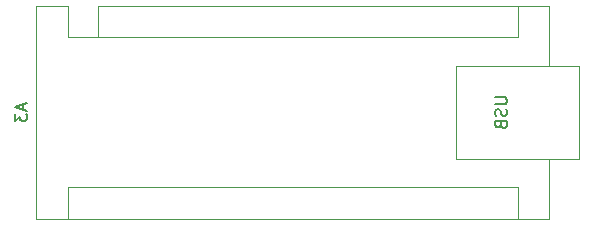
<source format=gbr>
%TF.GenerationSoftware,KiCad,Pcbnew,7.0.0-da2b9df05c~163~ubuntu22.04.1*%
%TF.CreationDate,2023-03-09T00:12:33+01:00*%
%TF.ProjectId,Boite,426f6974-652e-46b6-9963-61645f706362,rev?*%
%TF.SameCoordinates,Original*%
%TF.FileFunction,Legend,Bot*%
%TF.FilePolarity,Positive*%
%FSLAX46Y46*%
G04 Gerber Fmt 4.6, Leading zero omitted, Abs format (unit mm)*
G04 Created by KiCad (PCBNEW 7.0.0-da2b9df05c~163~ubuntu22.04.1) date 2023-03-09 00:12:33*
%MOMM*%
%LPD*%
G01*
G04 APERTURE LIST*
%ADD10C,0.150000*%
%ADD11C,0.120000*%
G04 APERTURE END LIST*
D10*
%TO.C,A3*%
X54921666Y-62665714D02*
X54921666Y-63141904D01*
X55207380Y-62570476D02*
X54207380Y-62903809D01*
X54207380Y-62903809D02*
X55207380Y-63237142D01*
X54207380Y-63475238D02*
X54207380Y-64094285D01*
X54207380Y-64094285D02*
X54588333Y-63760952D01*
X54588333Y-63760952D02*
X54588333Y-63903809D01*
X54588333Y-63903809D02*
X54635952Y-63999047D01*
X54635952Y-63999047D02*
X54683571Y-64046666D01*
X54683571Y-64046666D02*
X54778809Y-64094285D01*
X54778809Y-64094285D02*
X55016904Y-64094285D01*
X55016904Y-64094285D02*
X55112142Y-64046666D01*
X55112142Y-64046666D02*
X55159761Y-63999047D01*
X55159761Y-63999047D02*
X55207380Y-63903809D01*
X55207380Y-63903809D02*
X55207380Y-63618095D01*
X55207380Y-63618095D02*
X55159761Y-63522857D01*
X55159761Y-63522857D02*
X55112142Y-63475238D01*
X94847380Y-62118095D02*
X95656904Y-62118095D01*
X95656904Y-62118095D02*
X95752142Y-62165714D01*
X95752142Y-62165714D02*
X95799761Y-62213333D01*
X95799761Y-62213333D02*
X95847380Y-62308571D01*
X95847380Y-62308571D02*
X95847380Y-62499047D01*
X95847380Y-62499047D02*
X95799761Y-62594285D01*
X95799761Y-62594285D02*
X95752142Y-62641904D01*
X95752142Y-62641904D02*
X95656904Y-62689523D01*
X95656904Y-62689523D02*
X94847380Y-62689523D01*
X95799761Y-63118095D02*
X95847380Y-63260952D01*
X95847380Y-63260952D02*
X95847380Y-63499047D01*
X95847380Y-63499047D02*
X95799761Y-63594285D01*
X95799761Y-63594285D02*
X95752142Y-63641904D01*
X95752142Y-63641904D02*
X95656904Y-63689523D01*
X95656904Y-63689523D02*
X95561666Y-63689523D01*
X95561666Y-63689523D02*
X95466428Y-63641904D01*
X95466428Y-63641904D02*
X95418809Y-63594285D01*
X95418809Y-63594285D02*
X95371190Y-63499047D01*
X95371190Y-63499047D02*
X95323571Y-63308571D01*
X95323571Y-63308571D02*
X95275952Y-63213333D01*
X95275952Y-63213333D02*
X95228333Y-63165714D01*
X95228333Y-63165714D02*
X95133095Y-63118095D01*
X95133095Y-63118095D02*
X95037857Y-63118095D01*
X95037857Y-63118095D02*
X94942619Y-63165714D01*
X94942619Y-63165714D02*
X94895000Y-63213333D01*
X94895000Y-63213333D02*
X94847380Y-63308571D01*
X94847380Y-63308571D02*
X94847380Y-63546666D01*
X94847380Y-63546666D02*
X94895000Y-63689523D01*
X95323571Y-64451428D02*
X95371190Y-64594285D01*
X95371190Y-64594285D02*
X95418809Y-64641904D01*
X95418809Y-64641904D02*
X95514047Y-64689523D01*
X95514047Y-64689523D02*
X95656904Y-64689523D01*
X95656904Y-64689523D02*
X95752142Y-64641904D01*
X95752142Y-64641904D02*
X95799761Y-64594285D01*
X95799761Y-64594285D02*
X95847380Y-64499047D01*
X95847380Y-64499047D02*
X95847380Y-64118095D01*
X95847380Y-64118095D02*
X94847380Y-64118095D01*
X94847380Y-64118095D02*
X94847380Y-64451428D01*
X94847380Y-64451428D02*
X94895000Y-64546666D01*
X94895000Y-64546666D02*
X94942619Y-64594285D01*
X94942619Y-64594285D02*
X95037857Y-64641904D01*
X95037857Y-64641904D02*
X95133095Y-64641904D01*
X95133095Y-64641904D02*
X95228333Y-64594285D01*
X95228333Y-64594285D02*
X95275952Y-64546666D01*
X95275952Y-64546666D02*
X95323571Y-64451428D01*
X95323571Y-64451428D02*
X95323571Y-64118095D01*
D11*
X99420000Y-54360000D02*
X99420000Y-59440000D01*
X61190000Y-54360000D02*
X99420000Y-54360000D01*
X55980000Y-54360000D02*
X58650000Y-54360000D01*
X96750000Y-57030000D02*
X96750000Y-54360000D01*
X61190000Y-57030000D02*
X61190000Y-54360000D01*
X61190000Y-57030000D02*
X96750000Y-57030000D01*
X61190000Y-57030000D02*
X58650000Y-57030000D01*
X58650000Y-57030000D02*
X58650000Y-54360000D01*
X101960000Y-59440000D02*
X91540000Y-59440000D01*
X91540000Y-59440000D02*
X91540000Y-67320000D01*
X101960000Y-67320000D02*
X101960000Y-59440000D01*
X91540000Y-67320000D02*
X101960000Y-67320000D01*
X96750000Y-69730000D02*
X96750000Y-72400000D01*
X58650000Y-69730000D02*
X96750000Y-69730000D01*
X58650000Y-69730000D02*
X58650000Y-72400000D01*
X99420000Y-72400000D02*
X99420000Y-67320000D01*
X99420000Y-72400000D02*
X55980000Y-72400000D01*
X55980000Y-72400000D02*
X55980000Y-54360000D01*
%TD*%
M02*

</source>
